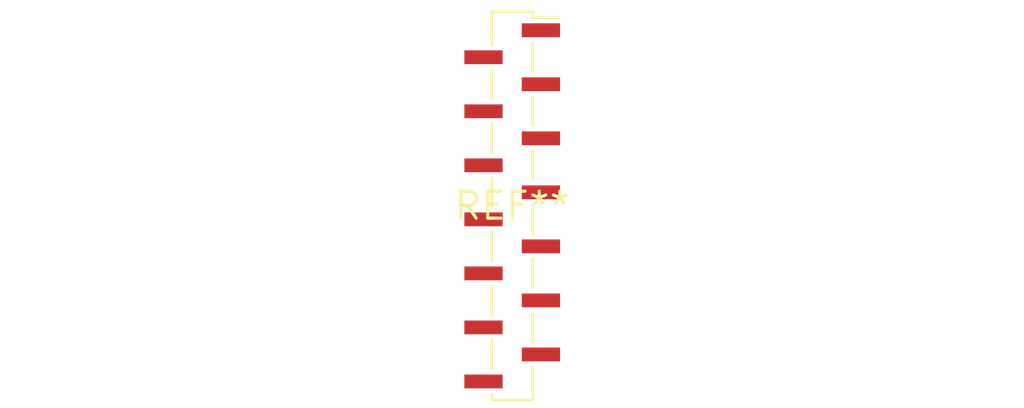
<source format=kicad_pcb>
(kicad_pcb (version 20240108) (generator pcbnew)
  (layers (0 "F.Cu" signal) (31 "B.Cu" signal) (34 "B.Paste" user) (35 "F.Paste" user) (36 "B.SilkS" user "B.Silkscreen") (37 "F.SilkS" user "F.Silkscreen") (38 "B.Mask" user) (39 "F.Mask" user) (44 "Edge.Cuts" user))
  (net 0 "")
  (footprint "PinSocket_1x14_P1.27mm_Vertical_SMD_Pin1Right" (layer "F.Cu") (at 0 0)
    (property "Reference" "REF**")
    (property "Value" "PinSocket_1x14_P1.27mm_Vertical_SMD_Pin1Right")
    (fp_line (start -0.96 -9.125) (end -0.96 -7.57) (layer "F.SilkS") (stroke (width 0.12)))
    (fp_line (start -0.96 -9.125) (end 0.96 -9.125) (layer "F.SilkS") (stroke (width 0.12)))
    (fp_line (start -0.96 -6.4) (end -0.96 -5.03) (layer "F.SilkS") (stroke (width 0.12)))
    (fp_line (start -0.96 -3.86) (end -0.96 -2.49) (layer "F.SilkS") (stroke (width 0.12)))
    (fp_line (start -0.96 -1.32) (end -0.96 0.05) (layer "F.SilkS") (stroke (width 0.12)))
    (fp_line (start -0.96 1.22) (end -0.96 2.59) (layer "F.SilkS") (stroke (width 0.12)))
    (fp_line (start -0.96 3.76) (end -0.96 5.13) (layer "F.SilkS") (stroke (width 0.12)))
    (fp_line (start -0.96 6.3) (end -0.96 7.67) (layer "F.SilkS") (stroke (width 0.12)))
    (fp_line (start -0.96 8.84) (end -0.96 9.125) (layer "F.SilkS") (stroke (width 0.12)))
    (fp_line (start -0.96 9.125) (end 0.96 9.125) (layer "F.SilkS") (stroke (width 0.12)))
    (fp_line (start 0.96 -9.125) (end 0.96 -8.84) (layer "F.SilkS") (stroke (width 0.12)))
    (fp_line (start 0.96 -8.84) (end 2.19 -8.84) (layer "F.SilkS") (stroke (width 0.12)))
    (fp_line (start 0.96 -7.67) (end 0.96 -6.3) (layer "F.SilkS") (stroke (width 0.12)))
    (fp_line (start 0.96 -5.13) (end 0.96 -3.76) (layer "F.SilkS") (stroke (width 0.12)))
    (fp_line (start 0.96 -2.59) (end 0.96 -1.22) (layer "F.SilkS") (stroke (width 0.12)))
    (fp_line (start 0.96 -0.05) (end 0.96 1.32) (layer "F.SilkS") (stroke (width 0.12)))
    (fp_line (start 0.96 2.49) (end 0.96 3.86) (layer "F.SilkS") (stroke (width 0.12)))
    (fp_line (start 0.96 5.03) (end 0.96 6.4) (layer "F.SilkS") (stroke (width 0.12)))
    (fp_line (start 0.96 7.57) (end 0.96 9.125) (layer "F.SilkS") (stroke (width 0.12)))
    (pad "1" smd rect (at 1.35 -8.255) (size 1.8 0.65) (layers "F.Cu" "F.Paste" "F.Mask"))
    (pad "2" smd rect (at -1.35 -6.985) (size 1.8 0.65) (layers "F.Cu" "F.Paste" "F.Mask"))
    (pad "3" smd rect (at 1.35 -5.715) (size 1.8 0.65) (layers "F.Cu" "F.Paste" "F.Mask"))
    (pad "4" smd rect (at -1.35 -4.445) (size 1.8 0.65) (layers "F.Cu" "F.Paste" "F.Mask"))
    (pad "5" smd rect (at 1.35 -3.175) (size 1.8 0.65) (layers "F.Cu" "F.Paste" "F.Mask"))
    (pad "6" smd rect (at -1.35 -1.905) (size 1.8 0.65) (layers "F.Cu" "F.Paste" "F.Mask"))
    (pad "7" smd rect (at 1.35 -0.635) (size 1.8 0.65) (layers "F.Cu" "F.Paste" "F.Mask"))
    (pad "8" smd rect (at -1.35 0.635) (size 1.8 0.65) (layers "F.Cu" "F.Paste" "F.Mask"))
    (pad "9" smd rect (at 1.35 1.905) (size 1.8 0.65) (layers "F.Cu" "F.Paste" "F.Mask"))
    (pad "10" smd rect (at -1.35 3.175) (size 1.8 0.65) (layers "F.Cu" "F.Paste" "F.Mask"))
    (pad "11" smd rect (at 1.35 4.445) (size 1.8 0.65) (layers "F.Cu" "F.Paste" "F.Mask"))
    (pad "12" smd rect (at -1.35 5.715) (size 1.8 0.65) (layers "F.Cu" "F.Paste" "F.Mask"))
    (pad "13" smd rect (at 1.35 6.985) (size 1.8 0.65) (layers "F.Cu" "F.Paste" "F.Mask"))
    (pad "14" smd rect (at -1.35 8.255) (size 1.8 0.65) (layers "F.Cu" "F.Paste" "F.Mask"))
  )
)
</source>
